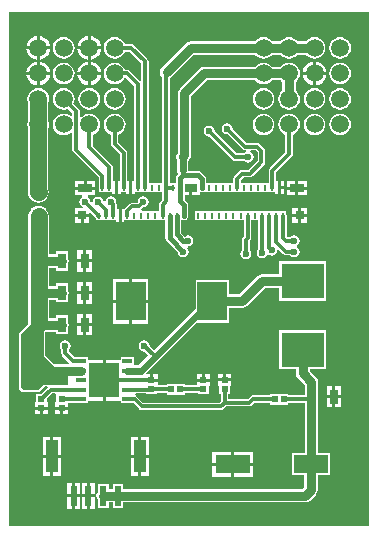
<source format=gtl>
G04*
G04 #@! TF.GenerationSoftware,Altium Limited,Altium Designer,18.0.7 (293)*
G04*
G04 Layer_Physical_Order=1*
G04 Layer_Color=255*
%FSLAX25Y25*%
%MOIN*%
G70*
G01*
G75*
%ADD11C,0.01181*%
%ADD17R,0.03937X0.03937*%
%ADD18R,0.02756X0.02756*%
%ADD19R,0.00866X0.02047*%
%ADD20R,0.04724X0.02756*%
%ADD21R,0.03937X0.02756*%
%ADD22R,0.01968X0.02362*%
%ADD23R,0.02362X0.01968*%
%ADD24R,0.09843X0.12992*%
%ADD25R,0.11614X0.06299*%
%ADD26R,0.02756X0.05118*%
%ADD27R,0.02362X0.06693*%
%ADD28R,0.03937X0.11024*%
%ADD29R,0.14173X0.11811*%
%ADD33R,0.10200X0.11800*%
%ADD48R,0.03300X0.01400*%
%ADD49C,0.05512*%
%ADD50C,0.02362*%
%ADD51C,0.03150*%
%ADD52C,0.01575*%
%ADD53C,0.01500*%
%ADD54R,0.02559X0.09055*%
%ADD55R,0.01968X0.04528*%
%ADD56R,0.07874X0.05906*%
%ADD57C,0.05906*%
%ADD58C,0.02362*%
G36*
X123031Y2953D02*
X2953D01*
Y174213D01*
X123031D01*
Y2953D01*
D02*
G37*
%LPC*%
G36*
X104803Y165976D02*
X103868Y165853D01*
X102996Y165492D01*
X102248Y164917D01*
X102012Y164610D01*
X99090D01*
X98854Y164917D01*
X98106Y165492D01*
X97234Y165853D01*
X96299Y165976D01*
X95364Y165853D01*
X94492Y165492D01*
X93744Y164917D01*
X93508Y164610D01*
X90586D01*
X90351Y164917D01*
X89602Y165492D01*
X88731Y165853D01*
X87795Y165976D01*
X86860Y165853D01*
X85988Y165492D01*
X85240Y164917D01*
X85004Y164610D01*
X63543D01*
X62683Y164439D01*
X61954Y163952D01*
X53922Y155920D01*
X53435Y155191D01*
X53264Y154331D01*
X53435Y153471D01*
X53922Y152741D01*
X54071Y152642D01*
Y117958D01*
X54016Y117480D01*
X53571Y117480D01*
X52153D01*
X51890Y117480D01*
X51390Y117480D01*
X49528Y117480D01*
X49473Y117958D01*
Y157874D01*
X49378Y158350D01*
X49108Y158754D01*
X44620Y163242D01*
X44216Y163512D01*
X43740Y163607D01*
X41551D01*
X41318Y164169D01*
X40744Y164917D01*
X39996Y165492D01*
X39124Y165853D01*
X38189Y165976D01*
X37254Y165853D01*
X36382Y165492D01*
X35634Y164917D01*
X35059Y164169D01*
X34699Y163297D01*
X34575Y162362D01*
X34699Y161427D01*
X35059Y160555D01*
X35634Y159807D01*
X36382Y159233D01*
X37254Y158872D01*
X38189Y158749D01*
X39124Y158872D01*
X39996Y159233D01*
X40744Y159807D01*
X41318Y160555D01*
X41551Y161118D01*
X43225D01*
X46984Y157359D01*
Y151644D01*
X46484Y151437D01*
X43183Y154738D01*
X42779Y155008D01*
X42303Y155103D01*
X41551D01*
X41318Y155665D01*
X40744Y156413D01*
X39996Y156988D01*
X39124Y157349D01*
X38189Y157472D01*
X37254Y157349D01*
X36382Y156988D01*
X35634Y156413D01*
X35059Y155665D01*
X34699Y154794D01*
X34575Y153858D01*
X34699Y152923D01*
X35059Y152051D01*
X35634Y151303D01*
X36382Y150729D01*
X37254Y150368D01*
X38189Y150245D01*
X39124Y150368D01*
X39996Y150729D01*
X40744Y151303D01*
X41318Y152051D01*
X41420Y152296D01*
X42003Y152398D01*
X44622Y149780D01*
Y117850D01*
X44004D01*
Y115827D01*
Y113803D01*
X44937D01*
Y114173D01*
X46929D01*
Y114173D01*
X47165D01*
Y114173D01*
X49028D01*
X49291Y114173D01*
X49791Y114173D01*
X51390D01*
X51653Y114173D01*
X52153Y114173D01*
X54016Y114173D01*
X54071Y113696D01*
Y111736D01*
X53254Y110919D01*
X52984Y110516D01*
X52890Y110039D01*
Y108627D01*
X52835Y108150D01*
X52390Y108150D01*
X50972D01*
X50709Y108150D01*
X50209Y108150D01*
X48610D01*
X48346Y108150D01*
X47846Y108150D01*
X47265D01*
X47113Y108650D01*
X47140Y108667D01*
X47664Y109192D01*
X47736Y109177D01*
X48443Y109318D01*
X49042Y109718D01*
X49442Y110317D01*
X49583Y111024D01*
X49442Y111730D01*
X49042Y112329D01*
X48443Y112730D01*
X47736Y112870D01*
X47030Y112730D01*
X46431Y112329D01*
X46030Y111730D01*
X45890Y111024D01*
X45455Y110792D01*
X43996D01*
X43520Y110697D01*
X43116Y110427D01*
X41443Y108754D01*
X41286Y108520D01*
X40461D01*
Y106496D01*
Y104472D01*
X41394D01*
Y104842D01*
X43122D01*
X43386Y104842D01*
Y104842D01*
X43622D01*
X43622Y104842D01*
X45484D01*
X45748Y104842D01*
X46248Y104842D01*
X47846D01*
X48110Y104842D01*
X48610Y104842D01*
X50209D01*
X50472Y104842D01*
X50972Y104842D01*
X52571D01*
X52835Y104842D01*
X53335Y104842D01*
X55089D01*
Y99016D01*
X55196Y98477D01*
X55501Y98021D01*
X59213Y94309D01*
X59318Y93782D01*
X59718Y93182D01*
X60317Y92782D01*
X61024Y92642D01*
X61730Y92782D01*
X62329Y93182D01*
X62730Y93782D01*
X62870Y94488D01*
X62730Y95195D01*
X62379Y95719D01*
X62501Y96027D01*
X62621Y96189D01*
X63305Y96326D01*
X63904Y96726D01*
X64304Y97325D01*
X64445Y98032D01*
X64304Y98738D01*
X63904Y99337D01*
X63305Y99737D01*
X62598Y99878D01*
X61892Y99737D01*
X61537Y99500D01*
X60265Y100772D01*
Y104842D01*
X62283D01*
Y105536D01*
X62556Y105943D01*
X62666Y106496D01*
Y110039D01*
X62556Y110592D01*
X62242Y111061D01*
X61484Y111819D01*
Y113213D01*
X63083D01*
Y115591D01*
X64083D01*
Y113213D01*
X66551D01*
Y114173D01*
X67925D01*
X68189Y114173D01*
Y114173D01*
X68425D01*
X68425Y114173D01*
X70287D01*
X70551Y114173D01*
X71051Y114173D01*
X72650D01*
X72913Y114173D01*
X73413Y114173D01*
X75012D01*
X75276Y114173D01*
X75776Y114173D01*
X77374D01*
X77638Y114173D01*
X78138Y114173D01*
X79736D01*
X80000Y114173D01*
X80500Y114173D01*
X82098D01*
X82362Y114173D01*
X82862Y114173D01*
X84461D01*
X84724Y114173D01*
X85224Y114173D01*
X86823D01*
X87087Y114173D01*
X87587Y114173D01*
X89185D01*
X89449Y114173D01*
X89949Y114173D01*
X91677D01*
Y113803D01*
X92610D01*
Y115827D01*
Y117850D01*
X91992D01*
Y120941D01*
X97179Y126128D01*
X97449Y126532D01*
X97544Y127008D01*
Y133488D01*
X98106Y133721D01*
X98854Y134295D01*
X99429Y135044D01*
X99790Y135915D01*
X99913Y136850D01*
X99790Y137786D01*
X99429Y138657D01*
X98854Y139406D01*
X98106Y139980D01*
X97234Y140341D01*
X96299Y140464D01*
X95364Y140341D01*
X94492Y139980D01*
X93744Y139406D01*
X93170Y138657D01*
X92809Y137786D01*
X92686Y136850D01*
X92809Y135915D01*
X93170Y135044D01*
X93744Y134295D01*
X94492Y133721D01*
X95055Y133488D01*
Y127523D01*
X89868Y122337D01*
X89598Y121933D01*
X89504Y121457D01*
Y117958D01*
X89449Y117480D01*
X89004Y117480D01*
X87587D01*
X87323Y117480D01*
X86823Y117480D01*
X85224D01*
X84961Y117480D01*
X84461Y117480D01*
X82862D01*
X82598Y117480D01*
X82098Y117480D01*
X80236Y117480D01*
X80181Y117958D01*
Y118284D01*
X81126Y119228D01*
X83268D01*
X83744Y119323D01*
X84148Y119592D01*
X87986Y123431D01*
X88256Y123835D01*
X88351Y124311D01*
Y128051D01*
X88256Y128527D01*
X87986Y128931D01*
X86608Y130309D01*
X86205Y130579D01*
X85728Y130674D01*
X82208D01*
X77521Y135361D01*
X77535Y135433D01*
X77395Y136140D01*
X76995Y136739D01*
X76396Y137139D01*
X75689Y137280D01*
X74982Y137139D01*
X74383Y136739D01*
X73983Y136140D01*
X73843Y135433D01*
X73983Y134726D01*
X74383Y134127D01*
X74982Y133727D01*
X75689Y133587D01*
X75761Y133601D01*
X80813Y128549D01*
X81217Y128279D01*
X81693Y128185D01*
X81894D01*
X81971Y127690D01*
X81371Y127290D01*
X81331Y127229D01*
X78862D01*
X71517Y134573D01*
X71531Y134646D01*
X71391Y135352D01*
X70991Y135951D01*
X70392Y136352D01*
X69685Y136492D01*
X68978Y136352D01*
X68379Y135951D01*
X67979Y135352D01*
X67839Y134646D01*
X67979Y133939D01*
X68379Y133340D01*
X68978Y132940D01*
X69685Y132799D01*
X69757Y132814D01*
X77466Y125104D01*
X77870Y124835D01*
X78347Y124740D01*
X81331D01*
X81371Y124679D01*
X81971Y124278D01*
X82677Y124138D01*
X83384Y124278D01*
X83983Y124679D01*
X84383Y125278D01*
X84524Y125984D01*
X84383Y126691D01*
X83983Y127290D01*
X83384Y127690D01*
X83460Y128185D01*
X85213D01*
X85862Y127536D01*
Y124827D01*
X82752Y121717D01*
X80610D01*
X80134Y121622D01*
X79730Y121352D01*
X78057Y119679D01*
X77787Y119275D01*
X77693Y118799D01*
Y117958D01*
X77638Y117480D01*
X77193Y117480D01*
X75776D01*
X75512Y117480D01*
X75012Y117480D01*
X73413D01*
X73150Y117480D01*
X72650Y117480D01*
X71051D01*
X70787Y117480D01*
X70287Y117480D01*
X68571D01*
Y118701D01*
X68461Y119254D01*
X68148Y119723D01*
X67006Y120864D01*
X66537Y121178D01*
X65984Y121288D01*
X62924D01*
X62607Y121674D01*
X62634Y121811D01*
Y124426D01*
X63100Y125124D01*
X63112Y125182D01*
X63494Y125754D01*
X63665Y126614D01*
Y146313D01*
X68963Y151610D01*
X85004D01*
X85240Y151303D01*
X85988Y150729D01*
X86860Y150368D01*
X87795Y150245D01*
X88731Y150368D01*
X89602Y150729D01*
X90351Y151303D01*
X90586Y151610D01*
X93508D01*
X93744Y151303D01*
X94051Y151067D01*
Y148145D01*
X93744Y147909D01*
X93170Y147161D01*
X92809Y146290D01*
X92686Y145354D01*
X92809Y144419D01*
X93170Y143547D01*
X93744Y142799D01*
X94492Y142225D01*
X95364Y141864D01*
X96299Y141741D01*
X97234Y141864D01*
X98106Y142225D01*
X98854Y142799D01*
X99429Y143547D01*
X99790Y144419D01*
X99913Y145354D01*
X99790Y146290D01*
X99429Y147161D01*
X98854Y147909D01*
X98547Y148145D01*
Y151067D01*
X98854Y151303D01*
X99429Y152051D01*
X99790Y152923D01*
X99913Y153858D01*
X99790Y154794D01*
X99429Y155665D01*
X98854Y156413D01*
X98106Y156988D01*
X97234Y157349D01*
X96299Y157472D01*
X95364Y157349D01*
X94492Y156988D01*
X93744Y156413D01*
X93508Y156106D01*
X90586D01*
X90351Y156413D01*
X89602Y156988D01*
X88731Y157349D01*
X87795Y157472D01*
X86860Y157349D01*
X85988Y156988D01*
X85240Y156413D01*
X85004Y156106D01*
X68032D01*
X67171Y155935D01*
X66442Y155448D01*
X59828Y148834D01*
X59341Y148104D01*
X59169Y147244D01*
Y127414D01*
X58947Y127081D01*
X58776Y126221D01*
Y125984D01*
X58941Y125154D01*
Y121811D01*
X59082Y121104D01*
X59342Y120714D01*
Y120441D01*
X59017Y120116D01*
X58704Y119648D01*
X58594Y119095D01*
Y117480D01*
X56614D01*
X56559Y117958D01*
Y152379D01*
X57101Y152741D01*
X64474Y160114D01*
X85004D01*
X85240Y159807D01*
X85988Y159233D01*
X86860Y158872D01*
X87795Y158749D01*
X88731Y158872D01*
X89602Y159233D01*
X90351Y159807D01*
X90586Y160114D01*
X93508D01*
X93744Y159807D01*
X94492Y159233D01*
X95364Y158872D01*
X96299Y158749D01*
X97234Y158872D01*
X98106Y159233D01*
X98854Y159807D01*
X99090Y160114D01*
X102012D01*
X102248Y159807D01*
X102996Y159233D01*
X103868Y158872D01*
X104803Y158749D01*
X105738Y158872D01*
X106610Y159233D01*
X107358Y159807D01*
X107933Y160555D01*
X108294Y161427D01*
X108417Y162362D01*
X108294Y163297D01*
X107933Y164169D01*
X107358Y164917D01*
X106610Y165492D01*
X105738Y165853D01*
X104803Y165976D01*
D02*
G37*
G36*
X30185Y166283D02*
Y162862D01*
X33606D01*
X33536Y163394D01*
X33138Y164356D01*
X32504Y165181D01*
X31679Y165815D01*
X30717Y166213D01*
X30185Y166283D01*
D02*
G37*
G36*
X13177D02*
Y162862D01*
X16598D01*
X16528Y163394D01*
X16130Y164356D01*
X15496Y165181D01*
X14671Y165815D01*
X13709Y166213D01*
X13177Y166283D01*
D02*
G37*
G36*
X12177Y166283D02*
X11645Y166213D01*
X10684Y165815D01*
X9858Y165181D01*
X9224Y164356D01*
X8826Y163394D01*
X8756Y162862D01*
X12177D01*
Y166283D01*
D02*
G37*
G36*
X29185D02*
X28653Y166213D01*
X27692Y165815D01*
X26866Y165181D01*
X26232Y164356D01*
X25834Y163394D01*
X25764Y162862D01*
X29185D01*
Y166283D01*
D02*
G37*
G36*
X113307Y165976D02*
X112372Y165853D01*
X111500Y165492D01*
X110752Y164917D01*
X110178Y164169D01*
X109817Y163297D01*
X109694Y162362D01*
X109817Y161427D01*
X110178Y160555D01*
X110752Y159807D01*
X111500Y159233D01*
X112372Y158872D01*
X113307Y158749D01*
X114242Y158872D01*
X115114Y159233D01*
X115862Y159807D01*
X116437Y160555D01*
X116797Y161427D01*
X116921Y162362D01*
X116797Y163297D01*
X116437Y164169D01*
X115862Y164917D01*
X115114Y165492D01*
X114242Y165853D01*
X113307Y165976D01*
D02*
G37*
G36*
X21181D02*
X20246Y165853D01*
X19374Y165492D01*
X18626Y164917D01*
X18052Y164169D01*
X17691Y163297D01*
X17568Y162362D01*
X17691Y161427D01*
X18052Y160555D01*
X18626Y159807D01*
X19374Y159233D01*
X20246Y158872D01*
X21181Y158749D01*
X22116Y158872D01*
X22988Y159233D01*
X23736Y159807D01*
X24311Y160555D01*
X24672Y161427D01*
X24795Y162362D01*
X24672Y163297D01*
X24311Y164169D01*
X23736Y164917D01*
X22988Y165492D01*
X22116Y165853D01*
X21181Y165976D01*
D02*
G37*
G36*
X33606Y161862D02*
X30185D01*
Y158441D01*
X30717Y158511D01*
X31679Y158909D01*
X32504Y159543D01*
X33138Y160369D01*
X33536Y161330D01*
X33606Y161862D01*
D02*
G37*
G36*
X16598D02*
X13177D01*
Y158441D01*
X13709Y158511D01*
X14671Y158909D01*
X15496Y159543D01*
X16130Y160369D01*
X16528Y161330D01*
X16598Y161862D01*
D02*
G37*
G36*
X12177D02*
X8756D01*
X8826Y161330D01*
X9224Y160369D01*
X9858Y159543D01*
X10684Y158909D01*
X11645Y158511D01*
X12177Y158441D01*
Y161862D01*
D02*
G37*
G36*
X29185D02*
X25764D01*
X25834Y161330D01*
X26232Y160369D01*
X26866Y159543D01*
X27692Y158909D01*
X28653Y158511D01*
X29185Y158441D01*
Y161862D01*
D02*
G37*
G36*
X30185Y157779D02*
Y154358D01*
X33606D01*
X33536Y154890D01*
X33138Y155852D01*
X32504Y156677D01*
X31679Y157311D01*
X30717Y157709D01*
X30185Y157779D01*
D02*
G37*
G36*
X13177D02*
Y154358D01*
X16598D01*
X16528Y154890D01*
X16130Y155852D01*
X15496Y156677D01*
X14671Y157311D01*
X13709Y157709D01*
X13177Y157779D01*
D02*
G37*
G36*
X105303Y157779D02*
Y154358D01*
X108724D01*
X108654Y154890D01*
X108256Y155852D01*
X107622Y156677D01*
X106797Y157311D01*
X105835Y157709D01*
X105303Y157779D01*
D02*
G37*
G36*
X104303Y157779D02*
X103771Y157709D01*
X102810Y157311D01*
X101984Y156677D01*
X101350Y155852D01*
X100952Y154890D01*
X100882Y154358D01*
X104303D01*
Y157779D01*
D02*
G37*
G36*
X12177Y157779D02*
X11645Y157709D01*
X10684Y157311D01*
X9858Y156677D01*
X9224Y155852D01*
X8826Y154890D01*
X8756Y154358D01*
X12177D01*
Y157779D01*
D02*
G37*
G36*
X29185D02*
X28653Y157709D01*
X27692Y157311D01*
X26866Y156677D01*
X26232Y155852D01*
X25834Y154890D01*
X25764Y154358D01*
X29185D01*
Y157779D01*
D02*
G37*
G36*
X113307Y157472D02*
X112372Y157349D01*
X111500Y156988D01*
X110752Y156413D01*
X110178Y155665D01*
X109817Y154794D01*
X109694Y153858D01*
X109817Y152923D01*
X110178Y152051D01*
X110752Y151303D01*
X111500Y150729D01*
X112372Y150368D01*
X113307Y150245D01*
X114242Y150368D01*
X115114Y150729D01*
X115862Y151303D01*
X116437Y152051D01*
X116797Y152923D01*
X116921Y153858D01*
X116797Y154794D01*
X116437Y155665D01*
X115862Y156413D01*
X115114Y156988D01*
X114242Y157349D01*
X113307Y157472D01*
D02*
G37*
G36*
X21181D02*
X20246Y157349D01*
X19374Y156988D01*
X18626Y156413D01*
X18052Y155665D01*
X17691Y154794D01*
X17568Y153858D01*
X17691Y152923D01*
X18052Y152051D01*
X18626Y151303D01*
X19374Y150729D01*
X20246Y150368D01*
X21181Y150245D01*
X22116Y150368D01*
X22988Y150729D01*
X23736Y151303D01*
X24311Y152051D01*
X24672Y152923D01*
X24795Y153858D01*
X24672Y154794D01*
X24311Y155665D01*
X23736Y156413D01*
X22988Y156988D01*
X22116Y157349D01*
X21181Y157472D01*
D02*
G37*
G36*
X33606Y153358D02*
X30185D01*
Y149937D01*
X30717Y150007D01*
X31679Y150406D01*
X32504Y151039D01*
X33138Y151865D01*
X33536Y152826D01*
X33606Y153358D01*
D02*
G37*
G36*
X16598D02*
X13177D01*
Y149937D01*
X13709Y150007D01*
X14671Y150406D01*
X15496Y151039D01*
X16130Y151865D01*
X16528Y152826D01*
X16598Y153358D01*
D02*
G37*
G36*
X104303D02*
X100882D01*
X100952Y152826D01*
X101350Y151865D01*
X101984Y151039D01*
X102810Y150406D01*
X103771Y150007D01*
X104303Y149937D01*
Y153358D01*
D02*
G37*
G36*
X108724D02*
X105303D01*
Y149937D01*
X105835Y150007D01*
X106797Y150406D01*
X107622Y151039D01*
X108256Y151865D01*
X108654Y152826D01*
X108724Y153358D01*
D02*
G37*
G36*
X12177D02*
X8756D01*
X8826Y152826D01*
X9224Y151865D01*
X9858Y151039D01*
X10684Y150406D01*
X11645Y150007D01*
X12177Y149937D01*
Y153358D01*
D02*
G37*
G36*
X29185D02*
X25764D01*
X25834Y152826D01*
X26232Y151865D01*
X26866Y151039D01*
X27692Y150406D01*
X28653Y150007D01*
X29185Y149937D01*
Y153358D01*
D02*
G37*
G36*
X113307Y148968D02*
X112372Y148845D01*
X111500Y148484D01*
X110752Y147909D01*
X110178Y147161D01*
X109817Y146290D01*
X109694Y145354D01*
X109817Y144419D01*
X110178Y143547D01*
X110752Y142799D01*
X111500Y142225D01*
X112372Y141864D01*
X113307Y141741D01*
X114242Y141864D01*
X115114Y142225D01*
X115862Y142799D01*
X116437Y143547D01*
X116797Y144419D01*
X116921Y145354D01*
X116797Y146290D01*
X116437Y147161D01*
X115862Y147909D01*
X115114Y148484D01*
X114242Y148845D01*
X113307Y148968D01*
D02*
G37*
G36*
X104803D02*
X103868Y148845D01*
X102996Y148484D01*
X102248Y147909D01*
X101674Y147161D01*
X101313Y146290D01*
X101190Y145354D01*
X101313Y144419D01*
X101674Y143547D01*
X102248Y142799D01*
X102996Y142225D01*
X103868Y141864D01*
X104803Y141741D01*
X105738Y141864D01*
X106610Y142225D01*
X107358Y142799D01*
X107933Y143547D01*
X108294Y144419D01*
X108417Y145354D01*
X108294Y146290D01*
X107933Y147161D01*
X107358Y147909D01*
X106610Y148484D01*
X105738Y148845D01*
X104803Y148968D01*
D02*
G37*
G36*
X87795D02*
X86860Y148845D01*
X85988Y148484D01*
X85240Y147909D01*
X84666Y147161D01*
X84305Y146290D01*
X84182Y145354D01*
X84305Y144419D01*
X84666Y143547D01*
X85240Y142799D01*
X85988Y142225D01*
X86860Y141864D01*
X87795Y141741D01*
X88731Y141864D01*
X89602Y142225D01*
X90351Y142799D01*
X90925Y143547D01*
X91286Y144419D01*
X91409Y145354D01*
X91286Y146290D01*
X90925Y147161D01*
X90351Y147909D01*
X89602Y148484D01*
X88731Y148845D01*
X87795Y148968D01*
D02*
G37*
G36*
X38189D02*
X37254Y148845D01*
X36382Y148484D01*
X35634Y147909D01*
X35059Y147161D01*
X34699Y146290D01*
X34575Y145354D01*
X34699Y144419D01*
X35059Y143547D01*
X35634Y142799D01*
X36382Y142225D01*
X37254Y141864D01*
X38189Y141741D01*
X39124Y141864D01*
X39996Y142225D01*
X40744Y142799D01*
X41318Y143547D01*
X41679Y144419D01*
X41803Y145354D01*
X41679Y146290D01*
X41318Y147161D01*
X40744Y147909D01*
X39996Y148484D01*
X39124Y148845D01*
X38189Y148968D01*
D02*
G37*
G36*
X29685D02*
X28750Y148845D01*
X27878Y148484D01*
X27130Y147909D01*
X26556Y147161D01*
X26195Y146290D01*
X26072Y145354D01*
X26195Y144419D01*
X26556Y143547D01*
X27130Y142799D01*
X27878Y142225D01*
X28750Y141864D01*
X29685Y141741D01*
X30620Y141864D01*
X31492Y142225D01*
X32240Y142799D01*
X32814Y143547D01*
X33176Y144419D01*
X33299Y145354D01*
X33176Y146290D01*
X32814Y147161D01*
X32240Y147909D01*
X31492Y148484D01*
X30620Y148845D01*
X29685Y148968D01*
D02*
G37*
G36*
X21181D02*
X20246Y148845D01*
X19374Y148484D01*
X18626Y147909D01*
X18052Y147161D01*
X17691Y146290D01*
X17568Y145354D01*
X17691Y144419D01*
X18052Y143547D01*
X18626Y142799D01*
X19374Y142225D01*
X20246Y141864D01*
X21181Y141741D01*
X22116Y141864D01*
X22679Y142097D01*
X24110Y140666D01*
Y139682D01*
X23610Y139503D01*
X22988Y139980D01*
X22116Y140341D01*
X21181Y140464D01*
X20246Y140341D01*
X19374Y139980D01*
X18626Y139406D01*
X18052Y138657D01*
X17691Y137786D01*
X17568Y136850D01*
X17691Y135915D01*
X18052Y135044D01*
X18626Y134295D01*
X19374Y133721D01*
X20246Y133360D01*
X21181Y133237D01*
X22116Y133360D01*
X22988Y133721D01*
X23610Y134198D01*
X24110Y134019D01*
Y128386D01*
X24205Y127910D01*
X24474Y127506D01*
X32811Y119170D01*
Y115827D01*
X32906Y115351D01*
X32992Y115221D01*
Y114173D01*
X35118D01*
Y114173D01*
X35354D01*
Y114173D01*
X37347D01*
Y113803D01*
X38280D01*
Y115827D01*
Y117850D01*
X37662D01*
Y122539D01*
X37567Y123016D01*
X37297Y123419D01*
X30929Y129787D01*
Y133488D01*
X31492Y133721D01*
X32240Y134295D01*
X32814Y135044D01*
X33176Y135915D01*
X33299Y136850D01*
X33176Y137786D01*
X32814Y138657D01*
X32240Y139406D01*
X31492Y139980D01*
X30620Y140341D01*
X29685Y140464D01*
X28750Y140341D01*
X27878Y139980D01*
X27130Y139406D01*
X27072Y139330D01*
X26599Y139491D01*
Y141181D01*
X26504Y141657D01*
X26234Y142061D01*
X24439Y143857D01*
X24672Y144419D01*
X24795Y145354D01*
X24672Y146290D01*
X24311Y147161D01*
X23736Y147909D01*
X22988Y148484D01*
X22116Y148845D01*
X21181Y148968D01*
D02*
G37*
G36*
X113307Y140464D02*
X112372Y140341D01*
X111500Y139980D01*
X110752Y139406D01*
X110178Y138657D01*
X109817Y137786D01*
X109694Y136850D01*
X109817Y135915D01*
X110178Y135044D01*
X110752Y134295D01*
X111500Y133721D01*
X112372Y133360D01*
X113307Y133237D01*
X114242Y133360D01*
X115114Y133721D01*
X115862Y134295D01*
X116437Y135044D01*
X116797Y135915D01*
X116921Y136850D01*
X116797Y137786D01*
X116437Y138657D01*
X115862Y139406D01*
X115114Y139980D01*
X114242Y140341D01*
X113307Y140464D01*
D02*
G37*
G36*
X104803D02*
X103868Y140341D01*
X102996Y139980D01*
X102248Y139406D01*
X101674Y138657D01*
X101313Y137786D01*
X101190Y136850D01*
X101313Y135915D01*
X101674Y135044D01*
X102248Y134295D01*
X102996Y133721D01*
X103868Y133360D01*
X104803Y133237D01*
X105738Y133360D01*
X106610Y133721D01*
X107358Y134295D01*
X107933Y135044D01*
X108294Y135915D01*
X108417Y136850D01*
X108294Y137786D01*
X107933Y138657D01*
X107358Y139406D01*
X106610Y139980D01*
X105738Y140341D01*
X104803Y140464D01*
D02*
G37*
G36*
X87795D02*
X86860Y140341D01*
X85988Y139980D01*
X85240Y139406D01*
X84666Y138657D01*
X84305Y137786D01*
X84182Y136850D01*
X84305Y135915D01*
X84666Y135044D01*
X85240Y134295D01*
X85988Y133721D01*
X86860Y133360D01*
X87795Y133237D01*
X88731Y133360D01*
X89602Y133721D01*
X90351Y134295D01*
X90925Y135044D01*
X91286Y135915D01*
X91409Y136850D01*
X91286Y137786D01*
X90925Y138657D01*
X90351Y139406D01*
X89602Y139980D01*
X88731Y140341D01*
X87795Y140464D01*
D02*
G37*
G36*
X94543Y117850D02*
X93610D01*
Y116327D01*
X94543D01*
Y117850D01*
D02*
G37*
G36*
X102181Y117968D02*
X99319D01*
Y116091D01*
X102181D01*
Y117968D01*
D02*
G37*
G36*
X98319D02*
X95457D01*
Y116091D01*
X98319D01*
Y117968D01*
D02*
G37*
G36*
X31709D02*
X28846D01*
Y116091D01*
X31709D01*
Y117968D01*
D02*
G37*
G36*
X27847D02*
X24984D01*
Y116091D01*
X27847D01*
Y117968D01*
D02*
G37*
G36*
X94543Y115327D02*
X93610D01*
Y113803D01*
X94543D01*
Y115327D01*
D02*
G37*
G36*
X38189Y140464D02*
X37254Y140341D01*
X36382Y139980D01*
X35634Y139406D01*
X35059Y138657D01*
X34699Y137786D01*
X34575Y136850D01*
X34699Y135915D01*
X35059Y135044D01*
X35634Y134295D01*
X36382Y133721D01*
X36945Y133488D01*
Y130413D01*
X37039Y129937D01*
X37309Y129534D01*
X39897Y126945D01*
Y117850D01*
X39279D01*
Y115827D01*
Y113803D01*
X40213D01*
Y114173D01*
X42071D01*
Y113803D01*
X43004D01*
Y115827D01*
Y117850D01*
X42386D01*
Y127461D01*
X42291Y127937D01*
X42022Y128340D01*
X39433Y130929D01*
Y133488D01*
X39996Y133721D01*
X40744Y134295D01*
X41318Y135044D01*
X41679Y135915D01*
X41803Y136850D01*
X41679Y137786D01*
X41318Y138657D01*
X40744Y139406D01*
X39996Y139980D01*
X39124Y140341D01*
X38189Y140464D01*
D02*
G37*
G36*
X102181Y115091D02*
X99319D01*
Y113213D01*
X102181D01*
Y115091D01*
D02*
G37*
G36*
X98319D02*
X95457D01*
Y113213D01*
X98319D01*
Y115091D01*
D02*
G37*
G36*
X12677Y148968D02*
X11742Y148845D01*
X10870Y148484D01*
X10122Y147909D01*
X9548Y147161D01*
X9187Y146290D01*
X9064Y145354D01*
X9187Y144419D01*
X9262Y144237D01*
Y137968D01*
X9187Y137786D01*
X9064Y136850D01*
X9187Y135915D01*
X9262Y135733D01*
Y114291D01*
X9379Y113408D01*
X9720Y112584D01*
X10197Y111962D01*
Y111575D01*
X10620D01*
X11088Y111216D01*
X11911Y110875D01*
X12795Y110758D01*
X13679Y110875D01*
X14503Y111216D01*
X14971Y111575D01*
X15394D01*
Y111998D01*
X15753Y112466D01*
X16094Y113289D01*
X16210Y114173D01*
X16094Y115057D01*
X16092Y115061D01*
Y135733D01*
X16168Y135915D01*
X16291Y136850D01*
X16168Y137786D01*
X16092Y137968D01*
Y144237D01*
X16168Y144419D01*
X16291Y145354D01*
X16168Y146290D01*
X15807Y147161D01*
X15232Y147909D01*
X14484Y148484D01*
X13612Y148845D01*
X12677Y148968D01*
D02*
G37*
G36*
X88268Y108150D02*
Y108150D01*
X86142Y108150D01*
X85642Y108150D01*
X84043D01*
X83780Y108150D01*
X83280Y108150D01*
X81681D01*
X81417Y108150D01*
X80917Y108150D01*
X79319D01*
X79055Y108150D01*
X78555Y108150D01*
X76957D01*
X76693Y108150D01*
X76193Y108150D01*
X74594D01*
X74331Y108150D01*
X73831Y108150D01*
X72232D01*
X71969Y108150D01*
X71469Y108150D01*
X69870D01*
X69606Y108150D01*
X69106Y108150D01*
X67508D01*
X67244Y108150D01*
X66744Y108150D01*
X64882D01*
Y104842D01*
X66744D01*
X67008Y104842D01*
X67508Y104842D01*
X69106D01*
X69370Y104842D01*
X69870Y104842D01*
X71469D01*
X71732Y104842D01*
X72232Y104842D01*
X73831D01*
X74094Y104842D01*
X74594Y104842D01*
X76193D01*
X76457Y104842D01*
X76957Y104842D01*
X78555D01*
X78819Y104842D01*
X79319Y104842D01*
X81181Y104842D01*
X81236Y104365D01*
Y99531D01*
X81010Y99305D01*
X80740Y98901D01*
X80645Y98425D01*
Y95047D01*
X80584Y95007D01*
X80184Y94407D01*
X80043Y93701D01*
X80184Y92994D01*
X80584Y92395D01*
X81183Y91995D01*
X81890Y91854D01*
X82596Y91995D01*
X83195Y92395D01*
X83596Y92994D01*
X83736Y93701D01*
X83596Y94407D01*
X83195Y95007D01*
X83134Y95047D01*
Y97910D01*
X83360Y98136D01*
X83630Y98540D01*
X83725Y99016D01*
Y104365D01*
X83780Y104842D01*
X84225Y104842D01*
X85905Y104842D01*
X85960Y104365D01*
Y95197D01*
X85696Y94801D01*
X85555Y94095D01*
X85696Y93388D01*
X86096Y92789D01*
X86695Y92388D01*
X87402Y92248D01*
X88108Y92388D01*
X88707Y92789D01*
X88981Y93198D01*
X89113Y93387D01*
X89607Y93335D01*
X89845Y93176D01*
X90551Y93035D01*
X91258Y93176D01*
X91857Y93576D01*
X92257Y94175D01*
X92398Y94882D01*
X92393Y94903D01*
X92854Y95150D01*
X94396Y93608D01*
X94799Y93339D01*
X95276Y93244D01*
X96685D01*
X96726Y93182D01*
X97325Y92782D01*
X98032Y92642D01*
X98738Y92782D01*
X99337Y93182D01*
X99737Y93782D01*
X99878Y94488D01*
X99737Y95195D01*
X99337Y95794D01*
X99090Y95959D01*
Y96561D01*
X99337Y96726D01*
X99737Y97325D01*
X99878Y98032D01*
X99737Y98738D01*
X99337Y99337D01*
X98738Y99737D01*
X98032Y99878D01*
X97325Y99737D01*
X96726Y99337D01*
X96685Y99276D01*
X95783D01*
X95536Y99523D01*
Y106496D01*
X95441Y106972D01*
X95354Y107102D01*
Y108150D01*
X93228D01*
Y108150D01*
X92992D01*
Y108150D01*
X90866D01*
Y108150D01*
X90630D01*
Y108150D01*
X90366Y108150D01*
X88504D01*
Y108150D01*
X88268D01*
D02*
G37*
G36*
X102181Y108913D02*
X100303D01*
Y107035D01*
X102181D01*
Y108913D01*
D02*
G37*
G36*
X99303D02*
X97425D01*
Y107035D01*
X99303D01*
Y108913D01*
D02*
G37*
G36*
X31709Y115091D02*
X24984D01*
Y113213D01*
X27217D01*
X27369Y112713D01*
X26942Y112428D01*
X26542Y111829D01*
X26401Y111122D01*
X26542Y110415D01*
X26942Y109816D01*
X27541Y109416D01*
X27555Y109413D01*
X27506Y108913D01*
X24984D01*
Y107035D01*
X29740D01*
Y107217D01*
X30202Y107408D01*
X31697Y105913D01*
X31811Y105743D01*
Y104842D01*
X33937D01*
Y104842D01*
X34173D01*
Y104842D01*
X36299D01*
Y104842D01*
X36536D01*
Y104842D01*
X38528D01*
Y104472D01*
X39461D01*
Y106496D01*
Y108520D01*
X38843D01*
Y110335D01*
X38748Y110811D01*
X38721Y110851D01*
X38756Y111024D01*
X38615Y111730D01*
X38215Y112329D01*
X37616Y112730D01*
X36909Y112870D01*
X36203Y112730D01*
X35604Y112329D01*
X35203Y111730D01*
X35149Y111455D01*
X34585Y111181D01*
X34460Y111244D01*
X34383Y111632D01*
X33983Y112231D01*
X33384Y112631D01*
X32677Y112772D01*
X31971Y112631D01*
X31372Y112231D01*
X30971Y111632D01*
X30863Y111086D01*
X30394Y110889D01*
X30345Y110927D01*
X30087Y111162D01*
X29954Y111829D01*
X29554Y112428D01*
X29127Y112713D01*
X29279Y113213D01*
X31709D01*
Y115091D01*
D02*
G37*
G36*
X102181Y106035D02*
X100303D01*
Y104157D01*
X102181D01*
Y106035D01*
D02*
G37*
G36*
X99303D02*
X97425D01*
Y104157D01*
X99303D01*
Y106035D01*
D02*
G37*
G36*
X29740D02*
X27862D01*
Y104157D01*
X29740D01*
Y106035D01*
D02*
G37*
G36*
X26862D02*
X24984D01*
Y104157D01*
X26862D01*
Y106035D01*
D02*
G37*
G36*
X30528Y94898D02*
X28650D01*
Y91839D01*
X30528D01*
Y94898D01*
D02*
G37*
G36*
X27650D02*
X25772D01*
Y91839D01*
X27650D01*
Y94898D01*
D02*
G37*
G36*
X12795Y109714D02*
X11911Y109598D01*
X11088Y109257D01*
X10620Y108898D01*
X10197D01*
Y108475D01*
X9838Y108007D01*
X9497Y107183D01*
X9380Y106299D01*
Y92008D01*
Y70354D01*
X9383Y70331D01*
X6436Y67383D01*
X6296Y67175D01*
X6247Y66929D01*
X6247Y66929D01*
Y49213D01*
X6296Y48967D01*
X6436Y48759D01*
X6436Y48758D01*
X7420Y47774D01*
X7628Y47635D01*
X7874Y47586D01*
X7874Y47586D01*
X12795D01*
X12795Y47586D01*
X13041Y47635D01*
X13249Y47774D01*
X15030Y49555D01*
X15592D01*
X15799Y49055D01*
X13634Y46890D01*
X11969D01*
Y44307D01*
X11598D01*
Y42823D01*
X13780D01*
X15961D01*
Y44307D01*
X15590D01*
Y45327D01*
X17445Y47181D01*
X18282D01*
X18661Y46890D01*
Y44307D01*
X18291D01*
Y42823D01*
X20472D01*
X22654D01*
Y44031D01*
X24590D01*
Y43946D01*
X29150D01*
Y44675D01*
X34146D01*
Y51575D01*
Y58475D01*
X29150D01*
Y59204D01*
X24839D01*
X22898Y61145D01*
Y61646D01*
X22959Y61686D01*
X23359Y62286D01*
X23500Y62992D01*
X23359Y63699D01*
X22959Y64298D01*
X22360Y64698D01*
X21654Y64839D01*
X20947Y64698D01*
X20348Y64298D01*
X19948Y63699D01*
X19807Y62992D01*
X19948Y62286D01*
X20348Y61686D01*
X20409Y61646D01*
Y60630D01*
X20504Y60154D01*
X20774Y59750D01*
X23051Y57472D01*
X22844Y56972D01*
X18057D01*
X15043Y59986D01*
Y67812D01*
X15068Y67831D01*
X18661D01*
Y66890D01*
X22677D01*
Y69115D01*
X22746Y69218D01*
X22917Y70079D01*
X22746Y70939D01*
X22677Y71042D01*
Y73268D01*
X18661D01*
Y72327D01*
X16210D01*
Y78461D01*
X18661D01*
Y77520D01*
X22677D01*
Y79745D01*
X22746Y79848D01*
X22917Y80709D01*
X22746Y81569D01*
X22677Y81672D01*
Y83898D01*
X18661D01*
Y82957D01*
X16210D01*
Y89091D01*
X18661D01*
Y88150D01*
X22677D01*
Y90375D01*
X22746Y90478D01*
X22917Y91339D01*
X22746Y92199D01*
X22677Y92302D01*
Y94528D01*
X18661D01*
Y93586D01*
X16210D01*
Y106299D01*
X16094Y107183D01*
X15753Y108007D01*
X15394Y108475D01*
Y108898D01*
X14971D01*
X14503Y109257D01*
X13679Y109598D01*
X12795Y109714D01*
D02*
G37*
G36*
X30528Y90839D02*
X28650D01*
Y87779D01*
X30528D01*
Y90839D01*
D02*
G37*
G36*
X27650D02*
X25772D01*
Y87779D01*
X27650D01*
Y90839D01*
D02*
G37*
G36*
X30528Y84268D02*
X28650D01*
Y81209D01*
X30528D01*
Y84268D01*
D02*
G37*
G36*
X27650D02*
X25772D01*
Y81209D01*
X27650D01*
Y84268D01*
D02*
G37*
G36*
X108504Y91181D02*
X93071D01*
Y86894D01*
X87402D01*
X86541Y86722D01*
X85812Y86235D01*
X79777Y80201D01*
X76221D01*
Y85079D01*
X65118D01*
Y75603D01*
X51149Y61634D01*
X49864Y62920D01*
X49878Y62992D01*
X49737Y63699D01*
X49337Y64298D01*
X48738Y64698D01*
X48031Y64839D01*
X47325Y64698D01*
X46726Y64298D01*
X46326Y63699D01*
X46185Y62992D01*
X46326Y62286D01*
X46726Y61686D01*
X47325Y61286D01*
X48031Y61146D01*
X48104Y61160D01*
X49389Y59875D01*
X46086Y56571D01*
X44701D01*
Y59204D01*
X40141D01*
Y58475D01*
X35146D01*
Y51575D01*
Y44675D01*
X40141D01*
Y43946D01*
X44452D01*
X46364Y42033D01*
X46768Y41764D01*
X47244Y41669D01*
X73622D01*
X74098Y41764D01*
X74502Y42033D01*
X75319Y42850D01*
X83071D01*
X83547Y42945D01*
X83951Y43215D01*
X84767Y44031D01*
X89921D01*
Y43465D01*
X96102D01*
Y44031D01*
X101492D01*
Y27402D01*
X97205D01*
Y19842D01*
X101394D01*
Y15990D01*
X100742Y15338D01*
X41083D01*
Y17067D01*
X37461D01*
Y15338D01*
X36161D01*
Y17067D01*
X32539D01*
Y14349D01*
X32274Y13951D01*
X32103Y13091D01*
X32274Y12230D01*
X32539Y11833D01*
Y9114D01*
X36161D01*
Y10843D01*
X37461D01*
Y9114D01*
X41083D01*
Y10843D01*
X101673D01*
X102533Y11014D01*
X103263Y11501D01*
X105231Y13469D01*
X105719Y14199D01*
X105890Y15059D01*
Y19842D01*
X110079D01*
Y27402D01*
X105988D01*
Y46063D01*
Y50984D01*
X105817Y51845D01*
X105330Y52574D01*
X103128Y54776D01*
X103259Y55276D01*
X108504D01*
Y68347D01*
X93071D01*
Y55276D01*
X98540D01*
Y53937D01*
X98711Y53077D01*
X99198Y52347D01*
X101492Y50053D01*
Y46520D01*
X96102D01*
Y47087D01*
X89921D01*
Y46520D01*
X84252D01*
X83776Y46425D01*
X83372Y46156D01*
X82555Y45339D01*
X76047D01*
Y47106D01*
X76614D01*
Y49689D01*
X76984D01*
Y51173D01*
X74803D01*
X72622D01*
Y49689D01*
X72992D01*
Y47106D01*
X73559D01*
Y44610D01*
X73107Y44158D01*
X47760D01*
X45762Y46156D01*
X45358Y46425D01*
X45179Y46461D01*
X45130Y46536D01*
X45024Y47029D01*
X45166Y47181D01*
X48583D01*
Y47008D01*
X52205D01*
Y47378D01*
X55472D01*
Y46811D01*
X61654D01*
Y47378D01*
X65905D01*
Y47008D01*
X69528D01*
Y49591D01*
X69898D01*
Y51075D01*
X67716D01*
X65535D01*
Y49866D01*
X61654D01*
Y50433D01*
X55472D01*
Y49866D01*
X52575D01*
Y51075D01*
X50394D01*
Y51575D01*
X49894D01*
Y53559D01*
X48950D01*
X48758Y54021D01*
X65564Y70827D01*
X76221D01*
Y75705D01*
X80709D01*
X81569Y75876D01*
X82298Y76363D01*
X88333Y82398D01*
X93071D01*
Y78110D01*
X108504D01*
Y91181D01*
D02*
G37*
G36*
X49425Y85449D02*
X44004D01*
Y78453D01*
X49425D01*
Y85449D01*
D02*
G37*
G36*
X43004D02*
X37583D01*
Y78453D01*
X43004D01*
Y85449D01*
D02*
G37*
G36*
X30528Y80209D02*
X28650D01*
Y77150D01*
X30528D01*
Y80209D01*
D02*
G37*
G36*
X27650D02*
X25772D01*
Y77150D01*
X27650D01*
Y80209D01*
D02*
G37*
G36*
X30528Y73638D02*
X28650D01*
Y70579D01*
X30528D01*
Y73638D01*
D02*
G37*
G36*
X27650D02*
X25772D01*
Y70579D01*
X27650D01*
Y73638D01*
D02*
G37*
G36*
X49425Y77453D02*
X44004D01*
Y70457D01*
X49425D01*
Y77453D01*
D02*
G37*
G36*
X43004D02*
X37583D01*
Y70457D01*
X43004D01*
Y77453D01*
D02*
G37*
G36*
X30528Y69579D02*
X28650D01*
Y66520D01*
X30528D01*
Y69579D01*
D02*
G37*
G36*
X27650D02*
X25772D01*
Y66520D01*
X27650D01*
Y69579D01*
D02*
G37*
G36*
X76984Y53658D02*
X75303D01*
Y52173D01*
X76984D01*
Y53658D01*
D02*
G37*
G36*
X74303D02*
X72622D01*
Y52173D01*
X74303D01*
Y53658D01*
D02*
G37*
G36*
X69898Y53559D02*
X68217D01*
Y52075D01*
X69898D01*
Y53559D01*
D02*
G37*
G36*
X52575D02*
X50894D01*
Y52075D01*
X52575D01*
Y53559D01*
D02*
G37*
G36*
X67216D02*
X65535D01*
Y52075D01*
X67216D01*
Y53559D01*
D02*
G37*
G36*
X113598Y49622D02*
X111721D01*
Y46563D01*
X113598D01*
Y49622D01*
D02*
G37*
G36*
X110721D02*
X108843D01*
Y46563D01*
X110721D01*
Y49622D01*
D02*
G37*
G36*
X113598Y45563D02*
X111721D01*
Y42504D01*
X113598D01*
Y45563D01*
D02*
G37*
G36*
X110721D02*
X108843D01*
Y42504D01*
X110721D01*
Y45563D01*
D02*
G37*
G36*
X22654Y41823D02*
X20972D01*
Y40339D01*
X22654D01*
Y41823D01*
D02*
G37*
G36*
X19972D02*
X18291D01*
Y40339D01*
X19972D01*
Y41823D01*
D02*
G37*
G36*
X15961Y41823D02*
X14280D01*
Y40339D01*
X15961D01*
Y41823D01*
D02*
G37*
G36*
X13280D02*
X11598D01*
Y40339D01*
X13280D01*
Y41823D01*
D02*
G37*
G36*
X20193Y32791D02*
X17724D01*
Y26779D01*
X20193D01*
Y32791D01*
D02*
G37*
G36*
X49524D02*
X47055D01*
Y26779D01*
X49524D01*
Y32791D01*
D02*
G37*
G36*
X46055D02*
X43587D01*
Y26779D01*
X46055D01*
Y32791D01*
D02*
G37*
G36*
X16724D02*
X14256D01*
Y26779D01*
X16724D01*
Y32791D01*
D02*
G37*
G36*
X84268Y27772D02*
X77961D01*
Y24122D01*
X84268D01*
Y27772D01*
D02*
G37*
G36*
X76961D02*
X70653D01*
Y24122D01*
X76961D01*
Y27772D01*
D02*
G37*
G36*
X49524Y25780D02*
X47055D01*
Y19768D01*
X49524D01*
Y25780D01*
D02*
G37*
G36*
X46055D02*
X43587D01*
Y19768D01*
X46055D01*
Y25780D01*
D02*
G37*
G36*
X20193D02*
X17724D01*
Y19768D01*
X20193D01*
Y25780D01*
D02*
G37*
G36*
X16724D02*
X14256D01*
Y19768D01*
X16724D01*
Y25780D01*
D02*
G37*
G36*
X84268Y23122D02*
X77961D01*
Y19473D01*
X84268D01*
Y23122D01*
D02*
G37*
G36*
X76961D02*
X70653D01*
Y19473D01*
X76961D01*
Y23122D01*
D02*
G37*
G36*
X31610Y17437D02*
X29929D01*
Y13591D01*
X31610D01*
Y17437D01*
D02*
G37*
G36*
X26689D02*
X25008D01*
Y13591D01*
X26689D01*
Y17437D01*
D02*
G37*
G36*
X24008D02*
X22327D01*
Y13591D01*
X24008D01*
Y17437D01*
D02*
G37*
G36*
X28929D02*
X27248D01*
Y13591D01*
X28929D01*
Y17437D01*
D02*
G37*
G36*
X31610Y12591D02*
X29929D01*
Y8744D01*
X31610D01*
Y12591D01*
D02*
G37*
G36*
X28929D02*
X27248D01*
Y8744D01*
X28929D01*
Y12591D01*
D02*
G37*
G36*
X26689D02*
X25008D01*
Y8744D01*
X26689D01*
Y12591D01*
D02*
G37*
G36*
X24008D02*
X22327D01*
Y8744D01*
X24008D01*
Y12591D01*
D02*
G37*
%LPD*%
G36*
X14764Y50197D02*
X12795Y48228D01*
X7874D01*
X6890Y49213D01*
Y66929D01*
X10827Y70866D01*
X14764Y50197D01*
D02*
G37*
D11*
X25354Y128386D02*
X34055Y119685D01*
Y115827D02*
Y119685D01*
X41142Y115827D02*
Y127461D01*
X28248Y111122D02*
X32874Y106496D01*
X32677Y110925D02*
X35236Y108366D01*
X25354Y128386D02*
Y141181D01*
X24409Y57874D02*
X26870D01*
X21654Y60630D02*
X24409Y57874D01*
X21654Y60630D02*
Y62992D01*
X21181Y145354D02*
X25354Y141181D01*
X55315Y154134D02*
X55512Y154331D01*
X55315Y115827D02*
Y154134D01*
Y115827D02*
X57677D01*
X55315Y111221D02*
Y115827D01*
X54134Y110039D02*
X55315Y111221D01*
X54134Y106496D02*
Y110039D01*
X74803Y44094D02*
Y48720D01*
Y44094D02*
X83071D01*
X44882Y45276D02*
X47244Y42913D01*
X42421Y45276D02*
X44882D01*
X47244Y42913D02*
X73622D01*
X94488Y45276D02*
X102953D01*
X103740Y46063D01*
X42421Y51575D02*
X50394D01*
X34646D02*
X42421D01*
X48031Y62992D02*
Y62992D01*
Y62992D02*
X51181Y59842D01*
X83071Y44094D02*
X84252Y45276D01*
X91535D01*
X73622Y42913D02*
X74803Y44094D01*
X67716Y48622D02*
X67716Y48622D01*
X60039Y48622D02*
X67716D01*
X57087Y48622D02*
X57087Y48622D01*
X50394Y48622D02*
X57087D01*
X50197Y48425D02*
X50394Y48622D01*
X42421Y48425D02*
X50197D01*
X20472Y45276D02*
X26870D01*
X13780D02*
X16929Y48425D01*
X26870D01*
X78937Y115827D02*
Y118799D01*
X80610Y120472D01*
X83268D01*
X87106Y124311D01*
Y128051D01*
X85728Y129429D02*
X87106Y128051D01*
X81693Y129429D02*
X85728D01*
X75689Y135433D02*
X81693Y129429D01*
X82480Y99016D02*
Y106496D01*
X81890Y98425D02*
X82480Y99016D01*
X81890Y93701D02*
Y98425D01*
X78347Y125984D02*
X82677D01*
X69685Y134646D02*
X78347Y125984D01*
X90748Y115827D02*
Y121457D01*
X96299Y127008D01*
Y136850D01*
X90551Y94882D02*
Y94882D01*
X89705Y95728D02*
X90551Y94882D01*
X91929Y97835D02*
X95276Y94488D01*
X91929Y97835D02*
Y106496D01*
X94291Y99008D02*
Y106496D01*
Y99008D02*
X95268Y98032D01*
X98032D01*
X95276Y94488D02*
X98032D01*
X89705Y95728D02*
Y106496D01*
X87205Y94291D02*
Y106496D01*
Y94291D02*
X87402Y94095D01*
X36909Y111024D02*
X37598Y110335D01*
X36417Y115827D02*
Y122539D01*
X29685Y129272D02*
X36417Y122539D01*
X29685Y129272D02*
Y136850D01*
X38189Y130413D02*
X41142Y127461D01*
X38189Y130413D02*
Y136850D01*
X32776Y106496D02*
X32874D01*
X37598D02*
Y110335D01*
X35236Y106496D02*
Y108366D01*
X42323Y106496D02*
Y107874D01*
X43996Y109547D01*
X46260D01*
X47736Y111024D01*
X45866Y115827D02*
Y150295D01*
X48228Y115827D02*
Y157874D01*
X43740Y162362D02*
X48228Y157874D01*
X42303Y153858D02*
X45866Y150295D01*
X38189Y153858D02*
X42303D01*
X38189Y162362D02*
X43740D01*
D17*
X12795Y106299D02*
D03*
Y114173D02*
D03*
D18*
X27362Y106535D02*
D03*
X99803D02*
D03*
D19*
X68307Y106496D02*
D03*
X70669D02*
D03*
X75394D02*
D03*
X73032D02*
D03*
X82480D02*
D03*
X84842D02*
D03*
X80118D02*
D03*
X77756D02*
D03*
X91929D02*
D03*
X94291D02*
D03*
X89567D02*
D03*
X87205D02*
D03*
X65945D02*
D03*
X32874D02*
D03*
X54134D02*
D03*
X56496D02*
D03*
X61221D02*
D03*
X58858D02*
D03*
X44685D02*
D03*
X47047D02*
D03*
X51772D02*
D03*
X49409D02*
D03*
X39961D02*
D03*
X42323D02*
D03*
X37598D02*
D03*
X35236D02*
D03*
X34055Y115827D02*
D03*
X36417D02*
D03*
X41142D02*
D03*
X38780D02*
D03*
X48228D02*
D03*
X50591D02*
D03*
X45866D02*
D03*
X43504D02*
D03*
X57677D02*
D03*
X60039D02*
D03*
X55315D02*
D03*
X52953D02*
D03*
X86024D02*
D03*
X88386D02*
D03*
X93110D02*
D03*
X90748D02*
D03*
X76575D02*
D03*
X78937D02*
D03*
X83661D02*
D03*
X81299D02*
D03*
X71850D02*
D03*
X74213D02*
D03*
X69488D02*
D03*
X67126D02*
D03*
D20*
X28346Y115591D02*
D03*
X98819D02*
D03*
D21*
X63583D02*
D03*
D22*
X57087Y48622D02*
D03*
X60039D02*
D03*
X94488Y45276D02*
D03*
X91535D02*
D03*
D23*
X20472D02*
D03*
Y42323D02*
D03*
X74803Y48720D02*
D03*
Y51673D02*
D03*
X67716Y48622D02*
D03*
Y51575D02*
D03*
X13780Y45276D02*
D03*
Y42323D02*
D03*
X50394Y48622D02*
D03*
Y51575D02*
D03*
D24*
X43504Y77953D02*
D03*
X70669D02*
D03*
D25*
X77461Y23622D02*
D03*
X103642D02*
D03*
D26*
X111221Y46063D02*
D03*
X103740D02*
D03*
X28150Y91339D02*
D03*
X20669D02*
D03*
X28150Y80709D02*
D03*
X20669D02*
D03*
X28150Y70079D02*
D03*
X20669D02*
D03*
D27*
X34350Y13091D02*
D03*
X29429D02*
D03*
X39272D02*
D03*
X24508D02*
D03*
D28*
X17224Y26280D02*
D03*
X46555D02*
D03*
D29*
X100787Y84646D02*
D03*
Y61811D02*
D03*
D33*
X34646Y51575D02*
D03*
D03*
D48*
X26870Y57874D02*
D03*
Y54724D02*
D03*
Y51575D02*
D03*
Y48425D02*
D03*
Y45276D02*
D03*
X42421D02*
D03*
Y48425D02*
D03*
Y51575D02*
D03*
Y54724D02*
D03*
Y57874D02*
D03*
X26870D02*
D03*
Y54724D02*
D03*
Y51575D02*
D03*
Y48425D02*
D03*
Y45276D02*
D03*
X42421D02*
D03*
Y48425D02*
D03*
Y51575D02*
D03*
Y54724D02*
D03*
Y57874D02*
D03*
D49*
X12677Y114291D02*
X12795Y114173D01*
X12677Y114291D02*
Y136850D01*
Y145354D01*
X12795Y70354D02*
Y92008D01*
X13465Y91339D01*
X12795Y92008D02*
Y106299D01*
D50*
X69291Y77165D02*
Y77953D01*
X46850Y54724D02*
X69291Y77165D01*
X42421Y54724D02*
X46850D01*
X12795Y70354D02*
X13071Y70079D01*
X60787Y121811D02*
Y125984D01*
D51*
X17126Y54724D02*
X26870D01*
X12795Y59055D02*
X17126Y54724D01*
X12795Y59055D02*
Y70354D01*
X13071Y70079D02*
X20669D01*
X61024Y125984D02*
Y126221D01*
X61417Y126614D01*
Y147244D01*
X68032Y153858D01*
X87795D01*
X34350Y13091D02*
X39272D01*
X101673D01*
X103642Y15059D01*
Y23622D01*
X103740Y23720D01*
Y46063D01*
Y50984D01*
X100787Y53937D02*
X103740Y50984D01*
X100787Y53937D02*
Y61811D01*
X87402Y84646D02*
X100787D01*
X80709Y77953D02*
X87402Y84646D01*
X70669Y77953D02*
X80709D01*
X69291D02*
X70669D01*
X13465Y91339D02*
X20669D01*
X13071Y80709D02*
X20669D01*
X87795Y153858D02*
X96299D01*
Y145354D02*
Y153858D01*
X55512Y154331D02*
X63543Y162362D01*
X87795D01*
X96299D01*
X104803D01*
X96299Y145354D02*
X96457Y145197D01*
X96299Y136850D02*
X96457Y136693D01*
D52*
X60039Y115827D02*
Y119095D01*
Y111221D02*
Y115827D01*
X61221Y106496D02*
Y110039D01*
X60039Y111221D02*
X61221Y110039D01*
X67126Y115827D02*
Y118701D01*
X65984Y119843D02*
X67126Y118701D01*
X60787Y119843D02*
X65984D01*
X60039Y119095D02*
X60787Y119843D01*
Y121811D01*
D53*
X58858Y100189D02*
Y106496D01*
Y100189D02*
X61016Y98032D01*
X62598D01*
X56496Y99016D02*
Y106496D01*
Y99016D02*
X61024Y94488D01*
D54*
X12500Y54724D02*
D03*
D55*
X21654Y52461D02*
D03*
D56*
X17717Y53150D02*
D03*
D57*
X113307Y153858D02*
D03*
Y145354D02*
D03*
Y136850D02*
D03*
X104803Y162362D02*
D03*
Y153858D02*
D03*
Y145354D02*
D03*
Y136850D02*
D03*
X113307Y162362D02*
D03*
X96299D02*
D03*
X87795Y136850D02*
D03*
Y145354D02*
D03*
Y153858D02*
D03*
Y162362D02*
D03*
X96299Y136850D02*
D03*
Y145354D02*
D03*
Y153858D02*
D03*
X21181D02*
D03*
Y145354D02*
D03*
Y136850D02*
D03*
X12677Y162362D02*
D03*
Y153858D02*
D03*
Y145354D02*
D03*
Y136850D02*
D03*
X21181Y162362D02*
D03*
X38189D02*
D03*
X29685Y136850D02*
D03*
Y145354D02*
D03*
Y153858D02*
D03*
Y162362D02*
D03*
X38189Y136850D02*
D03*
Y145354D02*
D03*
Y153858D02*
D03*
D58*
X28248Y111122D02*
D03*
X32677Y110925D02*
D03*
X8858Y56890D02*
D03*
X8563Y65256D02*
D03*
X8760Y61221D02*
D03*
Y52658D02*
D03*
X11220Y50197D02*
D03*
X12303Y54232D02*
D03*
X15748Y52165D02*
D03*
X19980Y52067D02*
D03*
X21654Y62992D02*
D03*
X48031D02*
D03*
X75689Y135433D02*
D03*
X81890Y93701D02*
D03*
X82677Y125984D02*
D03*
X69685Y134646D02*
D03*
X90551Y94882D02*
D03*
X62598Y98032D02*
D03*
X61024Y94488D02*
D03*
X98032Y98032D02*
D03*
Y94488D02*
D03*
X87402Y94095D02*
D03*
X36909Y111024D02*
D03*
X47736Y111024D02*
D03*
M02*

</source>
